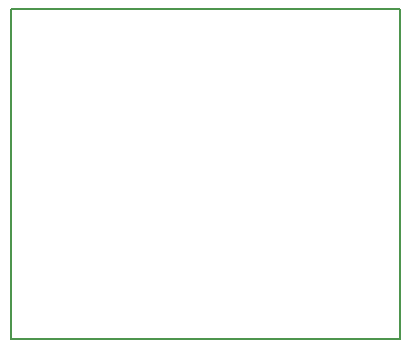
<source format=gbr>
G04 DipTrace 3.0.0.2*
G04 BoardOutline.gbr*
%MOIN*%
G04 #@! TF.FileFunction,Profile*
G04 #@! TF.Part,Single*
%ADD11C,0.005512*%
%FSLAX26Y26*%
G04*
G70*
G90*
G75*
G01*
G04 BoardOutline*
%LPD*%
X394016Y1493903D2*
D11*
X1690932D1*
Y394018D1*
X394016Y394016D1*
Y1493903D1*
M02*

</source>
